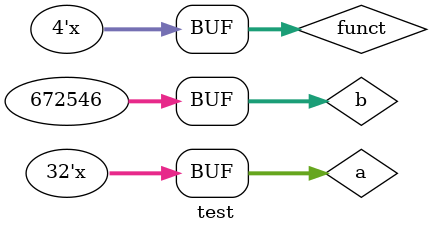
<source format=v>
`timescale 1ns / 1ps
module test;
reg[31:0]a,b;
reg[3:0]funct;
wire [31:0]s;
wire zero;
alu uut(a,b,funct,s,zero);
initial begin
a=32'h000A4321;
b=32'h000A4322;
funct=4'b0000;
end
always begin
#20 funct=funct+1;
#20 a=a+1;
end
endmodule

</source>
